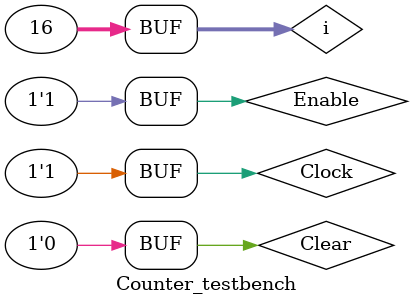
<source format=sv>
module Counter(Clock, Enable, Clear, Q);
	input Clock;
	input Enable;
	input Clear;
	output reg [3:0] Q;
	
	always @(posedge Clock) begin
		if (Clear) begin
			Q <= 0;
		end
		else if (Enable) begin		
			if(Q == 9) begin
				Q <= 0;
			end else begin 
				Q++;
			end
		end
	end
endmodule	

module Counter_testbench;

	logic Clock;
	logic Enable;
	logic Clear;
	logic [3:0]Q;
	
	integer i;
	
	Counter dut(Clock, Enable, Clear, Q);
	/*
	always begin
		Clock = 0;
		#10;
		Clock = 1'b1;
		#10;
	end
	initial begin
		Enable = 1'b1;
		Clear = 0; 
		#83;
		Enable = 1'b1;
		#80;
		Clear = 1'b1; // clear
		# 210;
		Enable = 0;
		#80;
		Clear = 0;
		#100;
		$stop;
	end
*/
	assign Enable = 1;
	assign Clear = 0;
	
	initial begin
		
		for (i = 0; i < 16; i++) begin
			Clock = 0;
			#10;
			$monitor(Q);
			Clock = 1;
			#10;
			//$monitor(Q);
			//#10;
		end
	end	
endmodule	
</source>
